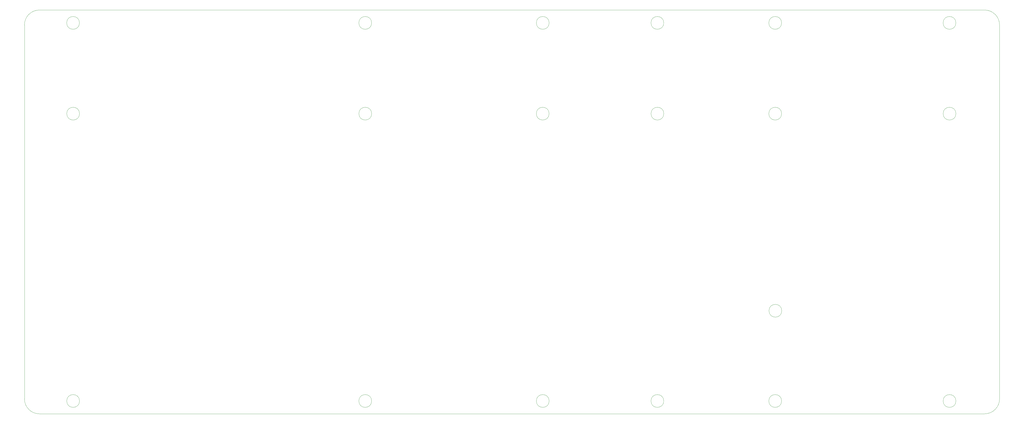
<source format=gko>
G04 #@! TF.GenerationSoftware,KiCad,Pcbnew,(5.1.9)-1*
G04 #@! TF.CreationDate,2021-05-20T15:13:42-04:00*
G04 #@! TF.ProjectId,cbm2mx,63626d32-6d78-42e6-9b69-6361645f7063,rev?*
G04 #@! TF.SameCoordinates,Original*
G04 #@! TF.FileFunction,Profile,NP*
%FSLAX46Y46*%
G04 Gerber Fmt 4.6, Leading zero omitted, Abs format (unit mm)*
G04 Created by KiCad (PCBNEW (5.1.9)-1) date 2021-05-20 15:13:42*
%MOMM*%
%LPD*%
G01*
G04 APERTURE LIST*
G04 #@! TA.AperFunction,Profile*
%ADD10C,0.050000*%
G04 #@! TD*
G04 APERTURE END LIST*
D10*
X370444400Y-164439600D02*
G75*
G03*
X370444400Y-164439600I-2500000J0D01*
G01*
X325702300Y-276783800D02*
G75*
G03*
X325702300Y-276783800I-2500000J0D01*
G01*
X484452300Y-164439600D02*
G75*
G03*
X484452300Y-164439600I-2500000J0D01*
G01*
X256436500Y-164439600D02*
G75*
G03*
X256436500Y-164439600I-2500000J0D01*
G01*
X142428600Y-164439600D02*
G75*
G03*
X142428600Y-164439600I-2500000J0D01*
G01*
X325689600Y-164439600D02*
G75*
G03*
X325689600Y-164439600I-2500000J0D01*
G01*
X501472200Y-275971000D02*
X501472200Y-129768600D01*
X120929400Y-275971000D02*
X120929400Y-130136900D01*
X126834900Y-281813000D02*
X126771400Y-281813000D01*
X495630200Y-281813000D02*
X126834900Y-281813000D01*
X126771400Y-123926600D02*
X495630200Y-123926600D01*
X256423800Y-128955800D02*
G75*
G03*
X256423800Y-128955800I-2500000J0D01*
G01*
X484439600Y-128955800D02*
G75*
G03*
X484439600Y-128955800I-2500000J0D01*
G01*
X370431700Y-128955800D02*
G75*
G03*
X370431700Y-128955800I-2500000J0D01*
G01*
X416481900Y-241503200D02*
G75*
G03*
X416481900Y-241503200I-2500000J0D01*
G01*
X120929400Y-130136900D02*
X120929400Y-129768600D01*
X370431700Y-276783800D02*
G75*
G03*
X370431700Y-276783800I-2500000J0D01*
G01*
X416418400Y-276783800D02*
G75*
G03*
X416418400Y-276783800I-2500000J0D01*
G01*
X142403200Y-128955800D02*
G75*
G03*
X142403200Y-128955800I-2500000J0D01*
G01*
X495630200Y-123926600D02*
G75*
G02*
X501472200Y-129768600I0J-5842000D01*
G01*
X325702300Y-128955800D02*
G75*
G03*
X325702300Y-128955800I-2500000J0D01*
G01*
X142428600Y-276783800D02*
G75*
G03*
X142428600Y-276783800I-2500000J0D01*
G01*
X416418400Y-164439600D02*
G75*
G03*
X416418400Y-164439600I-2500000J0D01*
G01*
X256423800Y-276783800D02*
G75*
G03*
X256423800Y-276783800I-2500000J0D01*
G01*
X484452300Y-276783800D02*
G75*
G03*
X484452300Y-276783800I-2500000J0D01*
G01*
X120929400Y-129768600D02*
G75*
G02*
X126771400Y-123926600I5842000J0D01*
G01*
X501472200Y-275971000D02*
G75*
G02*
X495630200Y-281813000I-5842000J0D01*
G01*
X416418400Y-128955800D02*
G75*
G03*
X416418400Y-128955800I-2500000J0D01*
G01*
X126771400Y-281813000D02*
G75*
G02*
X120929400Y-275971000I0J5842000D01*
G01*
M02*

</source>
